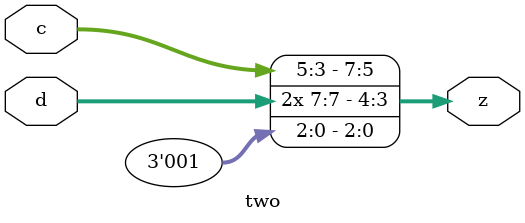
<source format=v>
module two (input [7:0] c,
            input [7:0] d,
            output reg [7:0] z);
    always @ (c,d) begin
        z      = 8'b00000001;
        z[7:5] = c[5:3];
        z[4]   = d[7];
        z[3]   = d[7];
    end
endmodule

</source>
